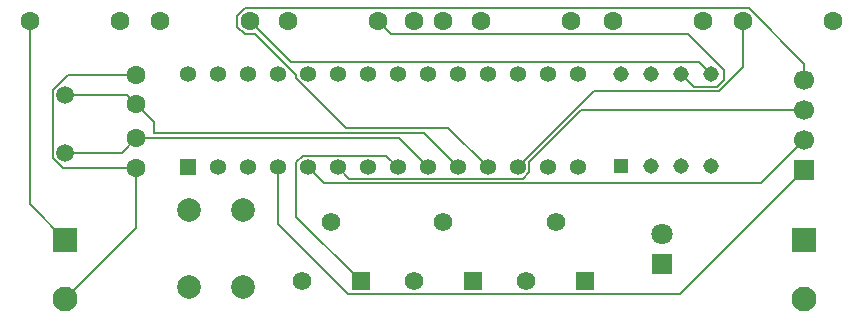
<source format=gbr>
%TF.GenerationSoftware,KiCad,Pcbnew,9.0.3*%
%TF.CreationDate,2025-07-27T16:15:48+02:00*%
%TF.ProjectId,Main Board,4d61696e-2042-46f6-9172-642e6b696361,rev?*%
%TF.SameCoordinates,Original*%
%TF.FileFunction,Copper,L2,Bot*%
%TF.FilePolarity,Positive*%
%FSLAX46Y46*%
G04 Gerber Fmt 4.6, Leading zero omitted, Abs format (unit mm)*
G04 Created by KiCad (PCBNEW 9.0.3) date 2025-07-27 16:15:48*
%MOMM*%
%LPD*%
G01*
G04 APERTURE LIST*
%TA.AperFunction,ComponentPad*%
%ADD10R,1.358000X1.358000*%
%TD*%
%TA.AperFunction,ComponentPad*%
%ADD11C,1.358000*%
%TD*%
%TA.AperFunction,ComponentPad*%
%ADD12R,1.308000X1.308000*%
%TD*%
%TA.AperFunction,ComponentPad*%
%ADD13C,1.308000*%
%TD*%
%TA.AperFunction,ComponentPad*%
%ADD14R,2.100000X2.100000*%
%TD*%
%TA.AperFunction,ComponentPad*%
%ADD15C,2.100000*%
%TD*%
%TA.AperFunction,ComponentPad*%
%ADD16R,1.560000X1.560000*%
%TD*%
%TA.AperFunction,ComponentPad*%
%ADD17C,1.560000*%
%TD*%
%TA.AperFunction,ComponentPad*%
%ADD18C,1.600000*%
%TD*%
%TA.AperFunction,ComponentPad*%
%ADD19R,1.800000X1.800000*%
%TD*%
%TA.AperFunction,ComponentPad*%
%ADD20C,1.800000*%
%TD*%
%TA.AperFunction,ComponentPad*%
%ADD21R,1.700000X1.700000*%
%TD*%
%TA.AperFunction,ComponentPad*%
%ADD22C,1.700000*%
%TD*%
%TA.AperFunction,ComponentPad*%
%ADD23C,2.000000*%
%TD*%
%TA.AperFunction,ComponentPad*%
%ADD24C,1.500000*%
%TD*%
%TA.AperFunction,Conductor*%
%ADD25C,0.200000*%
%TD*%
G04 APERTURE END LIST*
D10*
%TO.P,ATM1,1,PC6/~{RESET}*%
%TO.N,Net-(ATM1-PC6{slash}~{RESET})*%
X112368474Y-93836910D03*
D11*
%TO.P,ATM1,2,PD0/RXD*%
%TO.N,unconnected-(ATM1-PD0{slash}RXD-Pad2)*%
X114908474Y-93836910D03*
%TO.P,ATM1,3,PD1/TXD*%
%TO.N,unconnected-(ATM1-PD1{slash}TXD-Pad3)*%
X117448474Y-93836910D03*
%TO.P,ATM1,4,PD2/INT0*%
%TO.N,Net-(ATM1-PD2{slash}INT0)*%
X119988474Y-93836910D03*
%TO.P,ATM1,5,PD3/INT1*%
%TO.N,Net-(ATM1-PD3{slash}INT1)*%
X122528474Y-93836910D03*
%TO.P,ATM1,6,PD4/XCK/T0*%
%TO.N,Net-(ATM1-PD4{slash}XCK{slash}T0)*%
X125068474Y-93836910D03*
%TO.P,ATM1,7,VCC*%
%TO.N,Net-(ATM1-VCC)*%
X127608474Y-93836910D03*
%TO.P,ATM1,8,GND*%
%TO.N,Net-(D1-K)*%
X130148474Y-93836910D03*
%TO.P,ATM1,9,PB6/XTAL1/TOSC1*%
%TO.N,Net-(ATM1-PB6{slash}XTAL1{slash}TOSC1)*%
X132688474Y-93836910D03*
%TO.P,ATM1,10,PB7/XTAL2/TOSC2*%
%TO.N,Net-(ATM1-PB7{slash}XTAL2{slash}TOSC2)*%
X135228474Y-93836910D03*
%TO.P,ATM1,11,PD5/T1*%
%TO.N,Net-(ATM1-PD5{slash}T1)*%
X137768474Y-93836910D03*
%TO.P,ATM1,12,PD6/AIN0*%
%TO.N,Net-(ATM1-PD6{slash}AIN0)*%
X140308474Y-93836910D03*
%TO.P,ATM1,13,PD7/AIN1*%
%TO.N,unconnected-(ATM1-PD7{slash}AIN1-Pad13)*%
X142848474Y-93836910D03*
%TO.P,ATM1,14,PB0/ICP1*%
%TO.N,unconnected-(ATM1-PB0{slash}ICP1-Pad14)*%
X145388474Y-93836910D03*
%TO.P,ATM1,15,PB1/OC1A*%
%TO.N,unconnected-(ATM1-PB1{slash}OC1A-Pad15)*%
X145388474Y-85916910D03*
%TO.P,ATM1,16,PB2/~{SS}/OC1B*%
%TO.N,unconnected-(ATM1-PB2{slash}~{SS}{slash}OC1B-Pad16)*%
X142848474Y-85916910D03*
%TO.P,ATM1,17,PB3/MOSI/OC2*%
%TO.N,unconnected-(ATM1-PB3{slash}MOSI{slash}OC2-Pad17)*%
X140308474Y-85916910D03*
%TO.P,ATM1,18,PB4/MISO*%
%TO.N,unconnected-(ATM1-PB4{slash}MISO-Pad18)*%
X137768474Y-85916910D03*
%TO.P,ATM1,19,PB5/SCK*%
%TO.N,unconnected-(ATM1-PB5{slash}SCK-Pad19)*%
X135228474Y-85916910D03*
%TO.P,ATM1,20,AVCC*%
%TO.N,Net-(ATM1-AVCC)*%
X132688474Y-85916910D03*
%TO.P,ATM1,21,AREF*%
%TO.N,unconnected-(ATM1-AREF-Pad21)*%
X130148474Y-85916910D03*
%TO.P,ATM1,22,GND*%
%TO.N,Net-(D1-K)*%
X127608474Y-85916910D03*
%TO.P,ATM1,23,PC0/ADC0*%
%TO.N,Net-(ATM1-PC0{slash}ADC0)*%
X125068474Y-85916910D03*
%TO.P,ATM1,24,PC1/ADC1*%
%TO.N,Net-(ATM1-PC1{slash}ADC1)*%
X122528474Y-85916910D03*
%TO.P,ATM1,25,PC2/ADC2*%
%TO.N,Net-(ATM1-PC2{slash}ADC2)*%
X119988474Y-85916910D03*
%TO.P,ATM1,26,PC3/ADC3*%
%TO.N,Net-(ATM1-PC3{slash}ADC3)*%
X117448474Y-85916910D03*
%TO.P,ATM1,27,PC4/ADC4/SDA*%
%TO.N,Net-(ATM1-PC4{slash}ADC4{slash}SDA)*%
X114908474Y-85916910D03*
%TO.P,ATM1,28,PC5/ADC5/SCL*%
%TO.N,Net-(ATM1-PC5{slash}ADC5{slash}SCL)*%
X112368474Y-85916910D03*
%TD*%
D12*
%TO.P,U2,1,A0*%
%TO.N,Net-(D1-K)*%
X149073392Y-93781304D03*
D13*
%TO.P,U2,2,A1*%
X151613392Y-93781304D03*
%TO.P,U2,3,A2*%
X154153392Y-93781304D03*
%TO.P,U2,4,GND*%
X156693392Y-93781304D03*
%TO.P,U2,5,SDA*%
%TO.N,Net-(U2-SDA)*%
X156693392Y-85911304D03*
%TO.P,U2,6,SCL*%
%TO.N,Net-(U2-SCL)*%
X154153392Y-85911304D03*
%TO.P,U2,7,WP*%
%TO.N,Net-(D1-K)*%
X151613392Y-85911304D03*
%TO.P,U2,8,VCC*%
%TO.N,Net-(ATM1-VCC)*%
X149073392Y-85911304D03*
%TD*%
D14*
%TO.P,J2,1,1*%
%TO.N,Net-(ATM1-VCC)*%
X164500000Y-100000000D03*
D15*
%TO.P,J2,2,2*%
%TO.N,Net-(D1-K)*%
X164500000Y-105000000D03*
%TD*%
D14*
%TO.P,J1,1,1*%
%TO.N,Net-(ATM1-VCC)*%
X102000000Y-100000000D03*
D15*
%TO.P,J1,2,2*%
%TO.N,Net-(D1-K)*%
X102000000Y-105000000D03*
%TD*%
D16*
%TO.P,RV3,1,1*%
%TO.N,Net-(D1-K)*%
X127000000Y-103500000D03*
D17*
%TO.P,RV3,2,2*%
%TO.N,Net-(ATM1-PC2{slash}ADC2)*%
X124500000Y-98500000D03*
%TO.P,RV3,3,3*%
%TO.N,Net-(ATM1-VCC)*%
X122000000Y-103500000D03*
%TD*%
D18*
%TO.P,R3,1*%
%TO.N,Net-(U2-SCL)*%
X128500000Y-81500000D03*
%TO.P,R3,2*%
%TO.N,Net-(ATM1-PC5{slash}ADC5{slash}SCL)*%
X120880000Y-81500000D03*
%TD*%
D19*
%TO.P,D1,1,K*%
%TO.N,Net-(D1-K)*%
X152500000Y-102040000D03*
D20*
%TO.P,D1,2,A*%
%TO.N,Net-(D1-A)*%
X152500000Y-99500000D03*
%TD*%
D18*
%TO.P,R4,1*%
%TO.N,Net-(ATM1-AVCC)*%
X137190000Y-81500000D03*
%TO.P,R4,2*%
%TO.N,Net-(ATM1-VCC)*%
X144810000Y-81500000D03*
%TD*%
%TO.P,C1,1*%
%TO.N,Net-(ATM1-PB6{slash}XTAL1{slash}TOSC1)*%
X108000000Y-91377766D03*
%TO.P,C1,2*%
%TO.N,Net-(D1-K)*%
X108000000Y-93877766D03*
%TD*%
%TO.P,R2,1*%
%TO.N,Net-(U2-SDA)*%
X117620000Y-81500000D03*
%TO.P,R2,2*%
%TO.N,Net-(ATM1-PC4{slash}ADC4{slash}SDA)*%
X110000000Y-81500000D03*
%TD*%
D21*
%TO.P,U1,1,Z-C*%
%TO.N,Net-(ATM1-PD2{slash}INT0)*%
X164500000Y-94120000D03*
D22*
%TO.P,U1,2,PWM*%
%TO.N,Net-(ATM1-PD3{slash}INT1)*%
X164500000Y-91580000D03*
%TO.P,U1,3,AC_DTCTR*%
%TO.N,Net-(ATM1-PD4{slash}XCK{slash}T0)*%
X164500000Y-89040000D03*
%TO.P,U1,4,AC_SW*%
%TO.N,Net-(ATM1-PD5{slash}T1)*%
X164500000Y-86500000D03*
%TD*%
D18*
%TO.P,C2,1*%
%TO.N,Net-(D1-K)*%
X108000000Y-86000000D03*
%TO.P,C2,2*%
%TO.N,Net-(ATM1-PB7{slash}XTAL2{slash}TOSC2)*%
X108000000Y-88500000D03*
%TD*%
D23*
%TO.P,SW1,1,1*%
%TO.N,Net-(ATM1-PC3{slash}ADC3)*%
X112500000Y-104000000D03*
X112500000Y-97500000D03*
%TO.P,SW1,2,2*%
%TO.N,Net-(ATM1-VCC)*%
X117000000Y-104000000D03*
X117000000Y-97500000D03*
%TD*%
D18*
%TO.P,R5,1*%
%TO.N,Net-(D1-K)*%
X156000000Y-81500000D03*
%TO.P,R5,2*%
%TO.N,Net-(ATM1-PC3{slash}ADC3)*%
X148380000Y-81500000D03*
%TD*%
D24*
%TO.P,Y1,1,1*%
%TO.N,Net-(ATM1-PB6{slash}XTAL1{slash}TOSC1)*%
X101999999Y-92616745D03*
%TO.P,Y1,2,2*%
%TO.N,Net-(ATM1-PB7{slash}XTAL2{slash}TOSC2)*%
X101999999Y-87736745D03*
%TD*%
D16*
%TO.P,RV2,1,1*%
%TO.N,Net-(D1-K)*%
X136500000Y-103500000D03*
D17*
%TO.P,RV2,2,2*%
%TO.N,Net-(ATM1-PC1{slash}ADC1)*%
X134000000Y-98500000D03*
%TO.P,RV2,3,3*%
%TO.N,Net-(ATM1-VCC)*%
X131500000Y-103500000D03*
%TD*%
D16*
%TO.P,RV1,1,1*%
%TO.N,Net-(D1-K)*%
X146000000Y-103500000D03*
D17*
%TO.P,RV1,2,2*%
%TO.N,Net-(ATM1-PC0{slash}ADC0)*%
X143500000Y-98500000D03*
%TO.P,RV1,3,3*%
%TO.N,Net-(ATM1-VCC)*%
X141000000Y-103500000D03*
%TD*%
D18*
%TO.P,R6,1*%
%TO.N,Net-(ATM1-PD6{slash}AIN0)*%
X159380000Y-81500000D03*
%TO.P,R6,2*%
%TO.N,Net-(D1-A)*%
X167000000Y-81500000D03*
%TD*%
%TO.P,C3,1*%
%TO.N,Net-(ATM1-AVCC)*%
X134000000Y-81500000D03*
%TO.P,C3,2*%
%TO.N,Net-(D1-K)*%
X131500000Y-81500000D03*
%TD*%
%TO.P,R1,1*%
%TO.N,Net-(ATM1-PC6{slash}~{RESET})*%
X106620000Y-81500000D03*
%TO.P,R1,2*%
%TO.N,Net-(ATM1-VCC)*%
X99000000Y-81500000D03*
%TD*%
D25*
%TO.N,Net-(ATM1-VCC)*%
X99000000Y-81500000D02*
X99000000Y-97000000D01*
X99000000Y-97000000D02*
X102000000Y-100000000D01*
%TO.N,Net-(ATM1-PD3{slash}INT1)*%
X123909474Y-95217910D02*
X122528474Y-93836910D01*
X160862090Y-95217910D02*
X123909474Y-95217910D01*
X164500000Y-91580000D02*
X160862090Y-95217910D01*
%TO.N,Net-(D1-K)*%
X108000000Y-99000000D02*
X102000000Y-105000000D01*
X108000000Y-93877766D02*
X108000000Y-99000000D01*
X100948999Y-87301406D02*
X100948999Y-93052084D01*
X108000000Y-86000000D02*
X102250405Y-86000000D01*
X101774681Y-93877766D02*
X108000000Y-93877766D01*
X129168474Y-92856910D02*
X122122544Y-92856910D01*
X102250405Y-86000000D02*
X100948999Y-87301406D01*
X130148474Y-93836910D02*
X129168474Y-92856910D01*
X122122544Y-92856910D02*
X121548474Y-93430980D01*
X121548474Y-98048474D02*
X127000000Y-103500000D01*
X100948999Y-93052084D02*
X101774681Y-93877766D01*
X121548474Y-93430980D02*
X121548474Y-98048474D01*
%TO.N,Net-(ATM1-PB6{slash}XTAL1{slash}TOSC1)*%
X132688474Y-93836910D02*
X130229330Y-91377766D01*
X130229330Y-91377766D02*
X108000000Y-91377766D01*
X101999999Y-92616745D02*
X106761021Y-92616745D01*
X106761021Y-92616745D02*
X108000000Y-91377766D01*
%TO.N,Net-(ATM1-PD4{slash}XCK{slash}T0)*%
X141288474Y-94242840D02*
X140714404Y-94816910D01*
X140714404Y-94816910D02*
X126048474Y-94816910D01*
X126048474Y-94816910D02*
X125068474Y-93836910D01*
X164500000Y-89040000D02*
X145679454Y-89040000D01*
X141288474Y-93430980D02*
X141288474Y-94242840D01*
X145679454Y-89040000D02*
X141288474Y-93430980D01*
%TO.N,Net-(ATM1-PD2{slash}INT0)*%
X119988474Y-98650474D02*
X119988474Y-93836910D01*
X164500000Y-94120000D02*
X154039000Y-104581000D01*
X154039000Y-104581000D02*
X125919000Y-104581000D01*
X125919000Y-104581000D02*
X119988474Y-98650474D01*
%TO.N,Net-(ATM1-PD5{slash}T1)*%
X134431564Y-90500000D02*
X137768474Y-93836910D01*
X164500000Y-85062950D02*
X159836050Y-80399000D01*
X121548474Y-86073424D02*
X121548474Y-86322840D01*
X116519000Y-81043950D02*
X116519000Y-81956050D01*
X159836050Y-80399000D02*
X117163950Y-80399000D01*
X125725634Y-90500000D02*
X134431564Y-90500000D01*
X117163950Y-80399000D02*
X116519000Y-81043950D01*
X121548474Y-86322840D02*
X125725634Y-90500000D01*
X164500000Y-86500000D02*
X164500000Y-85062950D01*
X116519000Y-81956050D02*
X117163950Y-82601000D01*
X118076050Y-82601000D02*
X121548474Y-86073424D01*
X117163950Y-82601000D02*
X118076050Y-82601000D01*
%TO.N,Net-(ATM1-PB7{slash}XTAL2{slash}TOSC2)*%
X132368330Y-90976766D02*
X135228474Y-93836910D01*
X109500000Y-90000000D02*
X109500000Y-90976766D01*
X107236745Y-87736745D02*
X108000000Y-88500000D01*
X109500000Y-90976766D02*
X132368330Y-90976766D01*
X108000000Y-88500000D02*
X109500000Y-90000000D01*
X101999999Y-87736745D02*
X107236745Y-87736745D01*
%TO.N,Net-(ATM1-PD6{slash}AIN0)*%
X157342655Y-87426203D02*
X159380000Y-85388858D01*
X159380000Y-85388858D02*
X159380000Y-81500000D01*
X146719181Y-87426203D02*
X157342655Y-87426203D01*
X140308474Y-93836910D02*
X146719181Y-87426203D01*
%TO.N,Net-(U2-SDA)*%
X121056910Y-84936910D02*
X117620000Y-81500000D01*
X155647688Y-84936910D02*
X121056910Y-84936910D01*
X156780981Y-86070203D02*
X155647688Y-84936910D01*
%TO.N,Net-(U2-SCL)*%
X157735981Y-86465777D02*
X157735981Y-85603319D01*
X154240981Y-86070203D02*
X155195981Y-87025203D01*
X154733662Y-82601000D02*
X129601000Y-82601000D01*
X157176555Y-87025203D02*
X157735981Y-86465777D01*
X157735981Y-85603319D02*
X154733662Y-82601000D01*
X129601000Y-82601000D02*
X128500000Y-81500000D01*
X155195981Y-87025203D02*
X157176555Y-87025203D01*
%TD*%
M02*

</source>
